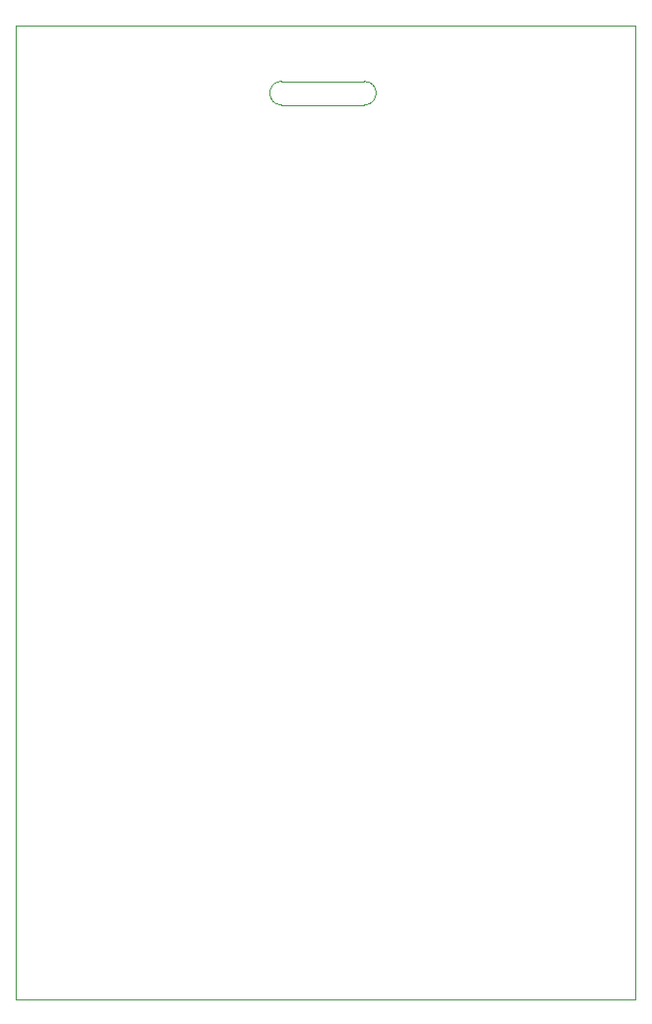
<source format=gm1>
%TF.GenerationSoftware,KiCad,Pcbnew,(6.0.1)*%
%TF.CreationDate,2022-04-29T13:35:19+05:45*%
%TF.ProjectId,555_Badge,3535355f-4261-4646-9765-2e6b69636164,v01*%
%TF.SameCoordinates,Original*%
%TF.FileFunction,Profile,NP*%
%FSLAX46Y46*%
G04 Gerber Fmt 4.6, Leading zero omitted, Abs format (unit mm)*
G04 Created by KiCad (PCBNEW (6.0.1)) date 2022-04-29 13:35:19*
%MOMM*%
%LPD*%
G01*
G04 APERTURE LIST*
%TA.AperFunction,Profile*%
%ADD10C,0.100000*%
%TD*%
G04 APERTURE END LIST*
D10*
X43180000Y-23876000D02*
G75*
G03*
X43180000Y-25908000I0J-1016000D01*
G01*
X50292000Y-25908000D02*
G75*
G03*
X50292000Y-23876000I0J1016000D01*
G01*
X43180000Y-25908000D02*
X50292000Y-25908000D01*
X43180000Y-23876000D02*
X50292000Y-23876000D01*
X20320000Y-102870000D02*
X73660000Y-102870000D01*
X73660000Y-102870000D02*
X73660000Y-19050000D01*
X73660000Y-19050000D02*
X20320000Y-19050000D01*
X20320000Y-19050000D02*
X20320000Y-102870000D01*
M02*

</source>
